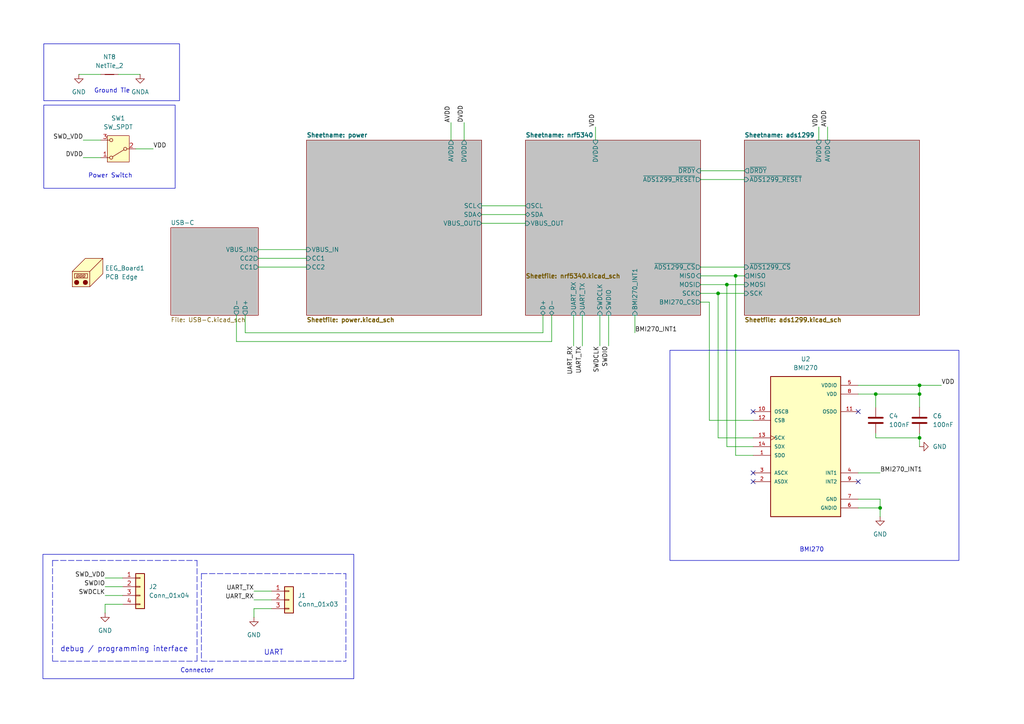
<source format=kicad_sch>
(kicad_sch (version 20231120) (generator "eeschema") (generator_version "8.0")
  (paper "A4")
  (lib_symbols
    (symbol "BMI270:BMI270" (pin_names (offset 1.016))
      (property "Reference" "U" (at -10.16 21.082 0))
      (property "Value" "BMI270" (at -10.16 -22.86 0))
      (symbol "BMI270_0_0"
        (rectangle (start -10.16 -20.32) (end 10.16 20.32) (stroke (width 0.254)) (fill (type background)))
        (pin bidirectional line (at -15.24 -2.54 0) (length 5.08) (name "SDO") (number "1"))
        (pin input line (at -15.24 10.16 0) (length 5.08) (name "OSCB") (number "10"))
        (pin output line (at 15.24 10.16 180) (length 5.08) (name "OSDO") (number "11"))
        (pin input line (at -15.24 7.62 0) (length 5.08) (name "CSB") (number "12"))
        (pin input clock (at -15.24 2.54 0) (length 5.08) (name "SCX") (number "13"))
        (pin bidirectional line (at -15.24 0 0) (length 5.08) (name "SDX") (number "14"))
        (pin bidirectional line (at -15.24 -10.16 0) (length 5.08) (name "ASDX") (number "2"))
        (pin bidirectional line (at -15.24 -7.62 0) (length 5.08) (name "ASCX") (number "3"))
        (pin bidirectional line (at 15.24 -7.62 180) (length 5.08) (name "INT1") (number "4"))
        (pin power_in line (at 15.24 17.78 180) (length 5.08) (name "VDDIO") (number "5"))
        (pin power_in line (at 15.24 -17.78 180) (length 5.08) (name "GNDIO") (number "6"))
        (pin power_in line (at 15.24 -15.24 180) (length 5.08) (name "GND") (number "7"))
        (pin power_in line (at 15.24 15.24 180) (length 5.08) (name "VDD") (number "8"))
        (pin bidirectional line (at 15.24 -10.16 180) (length 5.08) (name "INT2") (number "9"))
      )
    )
    (symbol "Connector_Generic:Conn_01x03" (pin_names (offset 1.016) hide)
      (property "Reference" "J" (at 0 5.08 0))
      (property "Value" "Conn_01x03" (at 0 -5.08 0))
      (symbol "Conn_01x03_1_1"
        (rectangle (start -1.27 -2.413) (end 0 -2.667) (stroke (width 0.1524)))
        (rectangle (start -1.27 0.127) (end 0 -0.127) (stroke (width 0.1524)))
        (rectangle (start -1.27 2.667) (end 0 2.413) (stroke (width 0.1524)))
        (rectangle (start -1.27 3.81) (end 1.27 -3.81) (stroke (width 0.254)) (fill (type background)))
        (pin passive line (at -5.08 2.54 0) (length 3.81) (name "Pin_1") (number "1"))
        (pin passive line (at -5.08 0 0) (length 3.81) (name "Pin_2") (number "2"))
        (pin passive line (at -5.08 -2.54 0) (length 3.81) (name "Pin_3") (number "3"))
      )
    )
    (symbol "Connector_Generic:Conn_01x04" (pin_names (offset 1.016) hide)
      (property "Reference" "J" (at 0 5.08 0))
      (property "Value" "Conn_01x04" (at 0 -7.62 0))
      (symbol "Conn_01x04_1_1"
        (rectangle (start -1.27 -4.953) (end 0 -5.207) (stroke (width 0.1524)))
        (rectangle (start -1.27 -2.413) (end 0 -2.667) (stroke (width 0.1524)))
        (rectangle (start -1.27 0.127) (end 0 -0.127) (stroke (width 0.1524)))
        (rectangle (start -1.27 2.667) (end 0 2.413) (stroke (width 0.1524)))
        (rectangle (start -1.27 3.81) (end 1.27 -6.35) (stroke (width 0.254)) (fill (type background)))
        (pin passive line (at -5.08 2.54 0) (length 3.81) (name "Pin_1") (number "1"))
        (pin passive line (at -5.08 0 0) (length 3.81) (name "Pin_2") (number "2"))
        (pin passive line (at -5.08 -2.54 0) (length 3.81) (name "Pin_3") (number "3"))
        (pin passive line (at -5.08 -5.08 0) (length 3.81) (name "Pin_4") (number "4"))
      )
    )
    (symbol "Device:C" (pin_numbers hide) (pin_names (offset 0.254))
      (property "Reference" "C" (at 0.635 2.54 0))
      (property "Value" "C" (at 0.635 -2.54 0))
      (symbol "C_0_1"
        (polyline (pts (xy -2.032 -0.762) (xy 2.032 -0.762)) (stroke (width 0.508)))
        (polyline (pts (xy -2.032 0.762) (xy 2.032 0.762)) (stroke (width 0.508)))
      )
      (symbol "C_1_1"
        (pin passive line (at 0 3.81 270) (length 2.794) (name "~") (number "1"))
        (pin passive line (at 0 -3.81 90) (length 2.794) (name "~") (number "2"))
      )
    )
    (symbol "Device:NetTie_2" (pin_numbers hide) (pin_names (offset 0) hide) (in_bom no)
      (property "Reference" "NT" (at 0 1.27 0))
      (property "Value" "NetTie_2" (at 0 -1.27 0))
      (symbol "NetTie_2_0_1"
        (polyline (pts (xy -1.27 0) (xy 1.27 0)) (stroke (width 0.254)))
      )
      (symbol "NetTie_2_1_1"
        (pin passive line (at -2.54 0 0) (length 2.54) (name "1") (number "1"))
        (pin passive line (at 2.54 0 180) (length 2.54) (name "2") (number "2"))
      )
    )
    (symbol "Mechanical:Housing" (pin_names (offset 1.016)) (exclude_from_sim yes)
      (property "Reference" "N" (at 3.81 0 0))
      (property "Value" "Housing" (at 3.81 -1.905 0))
      (symbol "Housing_0_1"
        (rectangle (start -5.08 -0.635) (end -1.27 -1.905))
        (circle (center -4.445 -3.175) (radius 0.635) (fill (type outline)))
        (circle (center -1.905 -3.175) (radius 0.635) (fill (type outline)))
        (polyline (pts (xy -4.5212 -1.5748) (xy -4.4704 -1.3716)))
        (polyline (pts (xy -4.4196 -1.6764) (xy -4.064 -1.6764)))
        (polyline (pts (xy -4.4196 -1.2192) (xy -4.3688 -0.9652)))
        (polyline (pts (xy -4.318 -1.3208) (xy -4.0132 -1.3208)))
        (polyline (pts (xy -4.2164 -0.9144) (xy -3.9116 -0.9144)))
        (polyline (pts (xy -3.9116 -1.6256) (xy -3.8608 -1.3716)))
        (polyline (pts (xy -3.81 -1.2192) (xy -3.7592 -0.9652)))
        (polyline (pts (xy -3.6068 -1.5748) (xy -3.556 -1.3716)))
        (polyline (pts (xy -3.5052 -1.6764) (xy -3.1496 -1.6764)))
        (polyline (pts (xy -3.5052 -1.2192) (xy -3.4544 -0.9652)))
        (polyline (pts (xy -3.4036 -1.3208) (xy -3.0988 -1.3208)))
        (polyline (pts (xy -3.302 -0.9144) (xy -2.9972 -0.9144)))
        (polyline (pts (xy -2.9972 -1.6256) (xy -2.9464 -1.3716)))
        (polyline (pts (xy -2.8956 -1.2192) (xy -2.8448 -0.9652)))
        (polyline (pts (xy -2.6924 -1.5748) (xy -2.6416 -1.3716)))
        (polyline (pts (xy -2.5908 -1.6764) (xy -2.2352 -1.6764)))
        (polyline (pts (xy -2.5908 -1.2192) (xy -2.54 -0.9652)))
        (polyline (pts (xy -2.4892 -1.3208) (xy -2.1844 -1.3208)))
        (polyline (pts (xy -2.3876 -0.9144) (xy -2.0828 -0.9144)))
        (polyline (pts (xy -2.0828 -1.6256) (xy -2.032 -1.3716)))
        (polyline (pts (xy -1.9812 -1.2192) (xy -1.9304 -0.9652)))
        (polyline (pts (xy -0.635 0) (xy -0.635 -4.445)))
        (polyline (pts (xy -5.715 0) (xy -0.635 0) (xy 3.175 3.81)))
        (polyline (pts (xy -5.715 0) (xy -5.715 -4.445) (xy -0.635 -4.445) (xy 3.175 -0.635) (xy 3.175 3.81) (xy -1.905 3.81) (xy -5.715 0)) (fill (type background)))
      )
    )
    (symbol "Switch:SW_SPDT" (pin_names (offset 0) hide)
      (property "Reference" "SW" (at 0 5.08 0))
      (property "Value" "SW_SPDT" (at 0 -5.08 0))
      (symbol "SW_SPDT_0_1"
        (circle (center -2.032 0) (radius 0.4572))
        (polyline (pts (xy -1.651 0.254) (xy 1.651 2.286)))
        (circle (center 2.032 -2.54) (radius 0.4572))
        (circle (center 2.032 2.54) (radius 0.4572))
      )
      (symbol "SW_SPDT_1_1"
        (rectangle (start -3.175 3.81) (end 3.175 -3.81) (fill (type background)))
        (pin passive line (at 5.08 2.54 180) (length 2.54) (name "A") (number "1"))
        (pin passive line (at -5.08 0 0) (length 2.54) (name "B") (number "2"))
        (pin passive line (at 5.08 -2.54 180) (length 2.54) (name "C") (number "3"))
      )
    )
    (symbol "power:GND" (power) (pin_numbers hide) (pin_names (offset 0) hide)
      (property "Value" "GND" (at 0 -3.81 0))
      (symbol "GND_0_1"
        (polyline (pts (xy 0 0) (xy 0 -1.27) (xy 1.27 -1.27) (xy 0 -2.54) (xy -1.27 -1.27) (xy 0 -1.27)))
      )
      (symbol "GND_1_1"
        (pin power_in line (at 0 0 270) (length 0) (name "~") (number "1"))
      )
    )
    (symbol "power:GNDA" (power) (pin_numbers hide) (pin_names (offset 0) hide)
      (property "Value" "GNDA" (at 0 -3.81 0))
      (symbol "GNDA_0_1"
        (polyline (pts (xy 0 0) (xy 0 -1.27) (xy 1.27 -1.27) (xy 0 -2.54) (xy -1.27 -1.27) (xy 0 -1.27)))
      )
      (symbol "GNDA_1_1"
        (pin power_in line (at 0 0 270) (length 0) (name "~") (number "1"))
      )
    )
  )
  (junction (at 254 114.3))
  (junction (at 213.36 80.01))
  (junction (at 266.7 111.76))
  (junction (at 208.28 85.09))
  (junction (at 255.27 147.32))
  (junction (at 266.7 114.3))
  (junction (at 210.82 82.55))
  (junction (at 266.7 127))
  (no_connect (at 218.44 137.16))
  (no_connect (at 218.44 119.38))
  (no_connect (at 218.44 139.7))
  (no_connect (at 248.92 119.38))
  (no_connect (at 248.92 139.7))
  (wire (pts (xy 139.7 62.23) (xy 152.4 62.23)))
  (wire (pts (xy 254 125.73) (xy 254 127)))
  (wire (pts (xy 254 114.3) (xy 248.92 114.3)))
  (wire (pts (xy 255.27 144.78) (xy 255.27 147.32)))
  (wire (pts (xy 205.74 87.63) (xy 205.74 121.92)))
  (wire (pts (xy 30.48 175.26) (xy 30.48 177.8)))
  (wire (pts (xy 68.58 99.06) (xy 160.02 99.06)))
  (wire (pts (xy 208.28 85.09) (xy 208.28 127)))
  (wire (pts (xy 266.7 114.3) (xy 266.7 118.11)))
  (polyline (pts (xy 100.33 166.37) (xy 100.33 191.77)) (stroke (width 0) (type dash)))
  (wire (pts (xy 254 127) (xy 266.7 127)))
  (wire (pts (xy 71.12 91.44) (xy 71.12 96.52)))
  (wire (pts (xy 203.2 82.55) (xy 210.82 82.55)))
  (wire (pts (xy 173.99 91.44) (xy 173.99 100.33)))
  (wire (pts (xy 266.7 127) (xy 266.7 129.54)))
  (wire (pts (xy 139.7 64.77) (xy 152.4 64.77)))
  (wire (pts (xy 134.62 35.56) (xy 134.62 40.64)))
  (wire (pts (xy 248.92 137.16) (xy 255.27 137.16)))
  (wire (pts (xy 254 114.3) (xy 266.7 114.3)))
  (wire (pts (xy 74.93 72.39) (xy 88.9 72.39)))
  (wire (pts (xy 157.48 91.44) (xy 157.48 96.52)))
  (wire (pts (xy 39.37 43.18) (xy 44.45 43.18)))
  (wire (pts (xy 71.12 96.52) (xy 157.48 96.52)))
  (polyline (pts (xy 57.15 162.56) (xy 57.15 191.77)) (stroke (width 0) (type dash)))
  (wire (pts (xy 78.74 176.53) (xy 73.66 176.53)))
  (wire (pts (xy 68.58 91.44) (xy 68.58 99.06)))
  (wire (pts (xy 210.82 129.54) (xy 218.44 129.54)))
  (wire (pts (xy 24.13 45.72) (xy 29.21 45.72)))
  (wire (pts (xy 176.53 91.44) (xy 176.53 100.33)))
  (wire (pts (xy 24.13 40.64) (xy 29.21 40.64)))
  (wire (pts (xy 248.92 147.32) (xy 255.27 147.32)))
  (wire (pts (xy 254 114.3) (xy 254 118.11)))
  (polyline (pts (xy 15.24 162.56) (xy 15.24 191.77)) (stroke (width 0) (type dash)))
  (wire (pts (xy 210.82 82.55) (xy 210.82 129.54)))
  (polyline (pts (xy 58.42 191.77) (xy 100.33 191.77)) (stroke (width 0) (type dash)))
  (wire (pts (xy 266.7 111.76) (xy 266.7 114.3)))
  (polyline (pts (xy 58.42 166.37) (xy 58.42 191.77)) (stroke (width 0) (type dash)))
  (wire (pts (xy 213.36 132.08) (xy 218.44 132.08)))
  (wire (pts (xy 30.48 170.18) (xy 35.56 170.18)))
  (wire (pts (xy 22.86 21.59) (xy 29.21 21.59)))
  (wire (pts (xy 203.2 85.09) (xy 208.28 85.09)))
  (wire (pts (xy 210.82 82.55) (xy 215.9 82.55)))
  (wire (pts (xy 139.7 59.69) (xy 152.4 59.69)))
  (wire (pts (xy 203.2 49.53) (xy 215.9 49.53)))
  (wire (pts (xy 35.56 175.26) (xy 30.48 175.26)))
  (wire (pts (xy 240.03 36.83) (xy 240.03 40.64)))
  (wire (pts (xy 213.36 80.01) (xy 213.36 132.08)))
  (wire (pts (xy 30.48 167.64) (xy 35.56 167.64)))
  (wire (pts (xy 73.66 176.53) (xy 73.66 179.07)))
  (wire (pts (xy 248.92 144.78) (xy 255.27 144.78)))
  (wire (pts (xy 208.28 127) (xy 218.44 127)))
  (polyline (pts (xy 58.42 166.37) (xy 100.33 166.37)) (stroke (width 0) (type dash)))
  (wire (pts (xy 74.93 74.93) (xy 88.9 74.93)))
  (wire (pts (xy 213.36 80.01) (xy 215.9 80.01)))
  (wire (pts (xy 237.49 40.64) (xy 237.49 36.83)))
  (wire (pts (xy 266.7 125.73) (xy 266.7 127)))
  (wire (pts (xy 74.93 77.47) (xy 88.9 77.47)))
  (wire (pts (xy 34.29 21.59) (xy 40.64 21.59)))
  (wire (pts (xy 73.66 171.45) (xy 78.74 171.45)))
  (polyline (pts (xy 15.24 191.77) (xy 57.15 191.77)) (stroke (width 0) (type dash)))
  (polyline (pts (xy 15.24 162.56) (xy 57.15 162.56)) (stroke (width 0) (type dash)))
  (wire (pts (xy 248.92 111.76) (xy 266.7 111.76)))
  (wire (pts (xy 168.91 91.44) (xy 168.91 100.33)))
  (wire (pts (xy 203.2 52.07) (xy 215.9 52.07)))
  (wire (pts (xy 255.27 147.32) (xy 255.27 149.86)))
  (wire (pts (xy 172.72 40.64) (xy 172.72 36.83)))
  (wire (pts (xy 184.15 91.44) (xy 184.15 96.52)))
  (wire (pts (xy 130.81 35.56) (xy 130.81 40.64)))
  (wire (pts (xy 203.2 87.63) (xy 205.74 87.63)))
  (wire (pts (xy 266.7 111.76) (xy 273.05 111.76)))
  (wire (pts (xy 203.2 80.01) (xy 213.36 80.01)))
  (wire (pts (xy 73.66 173.99) (xy 78.74 173.99)))
  (wire (pts (xy 30.48 172.72) (xy 35.56 172.72)))
  (wire (pts (xy 160.02 91.44) (xy 160.02 99.06)))
  (wire (pts (xy 166.37 91.44) (xy 166.37 100.33)))
  (wire (pts (xy 208.28 85.09) (xy 215.9 85.09)))
  (wire (pts (xy 205.74 121.92) (xy 218.44 121.92)))
  (wire (pts (xy 203.2 77.47) (xy 215.9 77.47)))
  (rectangle (start 12.7 12.7) (end 52.07 29.21))
  (rectangle (start 12.446 160.782) (end 102.616 196.85))
  (rectangle (start 194.31 101.6) (end 278.13 162.56))
  (rectangle (start 12.7 30.48) (end 50.8 54.61))
  (text "Ground Tie" (at 32.512 26.416 0) (effects (font (size 1.27 1.27))))
  (text "UART" (at 82.296 190.246 0) (effects (font (size 1.524 1.524)) (justify right bottom)))
  (text "Connector" (at 57.15 194.564 0) (effects (font (size 1.27 1.27))))
  (text "BMI270" (at 235.458 159.512 0) (effects (font (size 1.27 1.27))))
  (text "Power Switch" (at 32.004 51.054 0) (effects (font (size 1.27 1.27))))
  (text "debug / programming interface" (at 54.61 189.23 0) (effects (font (size 1.524 1.524)) (justify right bottom)))
  (label "SWD_VDD" (at 24.13 40.64 180))
  (label "VDD" (at 172.72 36.83 90))
  (label "VDD" (at 44.45 43.18 0))
  (label "DVDD" (at 134.62 35.56 90))
  (label "SWDIO" (at 176.53 100.33 270))
  (label "AVDD" (at 130.81 35.56 90))
  (label "UART_RX" (at 166.37 100.33 270))
  (label "BMI270_INT1" (at 255.27 137.16 0))
  (label "UART_TX" (at 73.66 171.45 180))
  (label "SWDCLK" (at 30.48 172.72 180))
  (label "SWD_VDD" (at 30.48 167.64 180))
  (label "AVDD" (at 240.03 36.83 90))
  (label "SWDCLK" (at 173.99 100.33 270))
  (label "VDD" (at 237.49 36.83 90))
  (label "DVDD" (at 24.13 45.72 180))
  (label "BMI270_INT1" (at 184.15 96.52 0))
  (label "UART_TX" (at 168.91 100.33 270))
  (label "UART_RX" (at 73.66 173.99 180))
  (label "SWDIO" (at 30.48 170.18 180))
  (label "VDD" (at 273.05 111.76 0))
  (symbol (lib_id "Device:NetTie_2") (at 31.75 21.59 0) (unit 1) (in_bom no)
    (property "Reference" "NT8" (at 31.75 16.51 0))
    (property "Value" "NetTie_2" (at 31.75 19.05 0))
    (property "Footprint" "NetTie:NetTie-2_SMD_Pad0.5mm" (effects (hide yes)))
    (property "Description" "Net tie, 2 pins" (effects (hide yes)))
  )
  (symbol (lib_id "power:GND") (at 266.7 129.54 90) (unit 1)
    (property "Reference" "#PWR08" (effects (hide yes)))
    (property "Value" "GND" (at 270.51 129.5399 90) (effects (justify right)))
    (property "Description" "Power symbol creates a global label with name \"GND\" , ground" (effects (hide yes)))
  )
  (symbol (lib_id "Device:C") (at 266.7 121.92 0) (unit 1)
    (property "Reference" "C6" (at 270.51 120.6499 0) (effects (justify left)))
    (property "Value" "100nF" (at 270.51 123.1899 0) (effects (justify left)))
    (property "Footprint" "Capacitor_SMD:C_0402_1005Metric" (effects (hide yes)))
    (property "Description" "16V 100nF X7R ±10% 0402  Multilayer Ceramic Capacitors MLCC - SMD/SMT ROHS" (effects (hide yes)))
    (property "Type" "Surface Mount " (effects (hide yes)))
    (property "Package" "0402 (1005 Metric)" (effects (hide yes)))
    (property "MANUFACTURER" "Murata Electronics" (effects (hide yes)))
    (property "MANUFACTURER_PART_NUMBER" "GRM155R71C104KA88D" (effects (hide yes)))
  )
  (symbol (lib_id "BMI270:BMI270") (at 233.68 129.54 0) (unit 1)
    (property "Reference" "U2" (at 233.68 104.14 0))
    (property "Value" "BMI270" (at 233.68 106.68 0))
    (property "Footprint" "BMI270:XDCR_BMI270" (effects (hide yes)))
    (property "Description" "Attitude Sensor/Gyroscope" (effects (hide yes)))
    (property "PATREV" "1.0" (effects (hide yes)))
    (property "MF" "Bosch Sensortec" (effects (hide yes)))
    (property "MAXIMUM_PACKAGE_HEIGHT" "0.87mm" (effects (hide yes)))
    (property "Package" "LGA-14" (effects (hide yes)))
    (property "Price" "None" (effects (hide yes)))
    (property "Check_prices" "https://www.snapeda.com/parts/BMI270/Bosch+Sensortec/view-part/?ref=eda" (effects (hide yes)))
    (property "STANDARD" "Manufacturer Recommendations" (effects (hide yes)))
    (property "SnapEDA_Link" "https://www.snapeda.com/parts/BMI270/Bosch+Sensortec/view-part/?ref=snap" (effects (hide yes)))
    (property "MP" "BMI270" (effects (hide yes)))
    (property "Purchase-URL" "https://www.snapeda.com/api/url_track_click_mouser/?unipart_id=3595167&manufacturer=Bosch Sensortec&part_name=BMI270&search_term=bmi270" (effects (hide yes)))
    (property "Description_1" "\nAccelerometer, Gyroscope, 6 Axis Sensor I2C, SPI Output\n" (effects (hide yes)))
    (property "Availability" "In Stock" (effects (hide yes)))
    (property "MANUFACTURER" "Bosch Sensortec" (effects (hide yes)))
    (property "Type" "Surface Mount " (effects (hide yes)))
    (property "MANUFACTURER_PART_NUMBER" "BMI270" (effects (hide yes)))
  )
  (symbol (lib_id "power:GND") (at 255.27 149.86 0) (unit 1)
    (property "Reference" "#PWR06" (effects (hide yes)))
    (property "Value" "GND" (at 255.27 154.94 0))
    (property "Description" "Power symbol creates a global label with name \"GND\" , ground" (effects (hide yes)))
  )
  (symbol (lib_id "power:GND") (at 22.86 21.59 0) (unit 1)
    (property "Reference" "#PWR051" (effects (hide yes)))
    (property "Value" "GND" (at 22.86 26.67 0))
    (property "Description" "Power symbol creates a global label with name \"GND\" , ground" (effects (hide yes)))
  )
  (symbol (lib_id "Device:C") (at 254 121.92 0) (unit 1)
    (property "Reference" "C4" (at 257.81 120.6499 0) (effects (justify left)))
    (property "Value" "100nF" (at 257.81 123.1899 0) (effects (justify left)))
    (property "Footprint" "Capacitor_SMD:C_0402_1005Metric" (effects (hide yes)))
    (property "Description" "16V 100nF X7R ±10% 0402  Multilayer Ceramic Capacitors MLCC - SMD/SMT ROHS" (effects (hide yes)))
    (property "Type" "Surface Mount " (effects (hide yes)))
    (property "Package" "0402 (1005 Metric)" (effects (hide yes)))
    (property "MANUFACTURER" "Murata Electronics" (effects (hide yes)))
    (property "MANUFACTURER_PART_NUMBER" "GRM155R71C104KA88D" (effects (hide yes)))
  )
  (symbol (lib_id "Mechanical:Housing") (at 26.67 78.74 0) (unit 1) (exclude_from_sim yes) (in_bom no)
    (property "Reference" "EEG_Board1" (at 30.48 77.7874 0) (effects (justify left)))
    (property "Value" "PCB Edge" (at 30.48 80.3274 0) (effects (justify left)))
    (property "Footprint" "MountingHole:eeg" (effects (hide yes)))
    (property "Description" "PCB Edge" (effects (hide yes)))
  )
  (symbol (lib_id "power:GNDA") (at 40.64 21.59 0) (unit 1)
    (property "Reference" "#PWR052" (effects (hide yes)))
    (property "Value" "GNDA" (at 40.64 26.67 0))
    (property "Description" "Power symbol creates a global label with name \"GNDA\" , analog ground" (effects (hide yes)))
  )
  (symbol (lib_id "power:GND") (at 30.48 177.8 0) (unit 1)
    (property "Reference" "#PWR09" (effects (hide yes)))
    (property "Value" "GND" (at 30.48 182.88 0))
    (property "Description" "Power symbol creates a global label with name \"GND\" , ground" (effects (hide yes)))
  )
  (symbol (lib_id "power:GND") (at 73.66 179.07 0) (unit 1)
    (property "Reference" "#PWR04" (effects (hide yes)))
    (property "Value" "GND" (at 73.66 184.15 0))
    (property "Description" "Power symbol creates a global label with name \"GND\" , ground" (effects (hide yes)))
  )
  (symbol (lib_id "Switch:SW_SPDT") (at 34.29 43.18 180) (unit 1)
    (property "Reference" "SW1" (at 34.29 34.29 0))
    (property "Value" "SW_SPDT" (at 34.29 36.83 0))
    (property "Footprint" "SK12D07VG5:SK12D07VG4NSPA_CNK" (effects (hide yes)))
    (property "Description" "500mA SPDT 50V 5千次 Plugin Slide Switches ROHS " (effects (hide yes)))
    (property "MANUFACTURER" "SHOUHAN" (effects (hide yes)))
    (property "MANUFACTURER_PART_NUMBER" "SK12D07VG5 " (effects (hide yes)))
    (property "Package" "5POS" (effects (hide yes)))
    (property "Type" "Through Hole " (effects (hide yes)))
  )
  (symbol (lib_id "Connector_Generic:Conn_01x04") (at 40.64 170.18 0) (unit 1)
    (property "Reference" "J2" (at 43.18 170.1799 0) (effects (justify left)))
    (property "Value" "Conn_01x04" (at 43.18 172.7199 0) (effects (justify left)))
    (property "Footprint" "Connector_PinHeader_1.27mm:PinHeader_1x04_P1.27mm_Vertical" (effects (hide yes)))
    (property "Description" "1x4P 4P 1 1.25mm 4 -25℃~+85℃ 1A Straight Plugin,P=1.25mm  Wire To Board / Wire To Wire Connector ROHS" (effects (hide yes)))
    (property "Type" "Through Hole " (effects (hide yes)))
    (property "MANUFACTURER" "CAX" (effects (hide yes)))
    (property "MANUFACTURER_PART_NUMBER" "1.25T-4A" (effects (hide yes)))
    (property "Package" "4POS" (effects (hide yes)))
  )
  (symbol (lib_id "Connector_Generic:Conn_01x03") (at 83.82 173.99 0) (unit 1)
    (property "Reference" "J1" (at 86.36 172.7199 0) (effects (justify left)))
    (property "Value" "Conn_01x03" (at 86.36 175.2599 0) (effects (justify left)))
    (property "Footprint" "Connector_PinHeader_1.27mm:PinHeader_1x03_P1.27mm_Vertical" (effects (hide yes)))
    (property "Description" "1x3P 3P 1 1.25mm 3 -25℃~+85℃ 1A Straight Plugin,P=1.25mm  Wire To Board / Wire To Wire Connector ROHS" (effects (hide yes)))
    (property "Type" "Through Hole " (effects (hide yes)))
    (property "MANUFACTURER" "CAX" (effects (hide yes)))
    (property "MANUFACTURER_PART_NUMBER" "1.25T-3A" (effects (hide yes)))
    (property "Package" "3POS" (effects (hide yes)))
  )
  (sheet (at 152.4 40.64) (size 50.8 50.8) (stroke (width 0.1524)) (fill (color 194 194 194 1.0000))
    (property "Sheetname" "nrf5340" (at 152.4 39.9284 0) (show_name yes) (effects (font (bold yes)) (justify left bottom)))
    (property "Sheetfile" "nrf5340.kicad_sch" (at 152.4 79.3246 0) (show_name yes) (effects (font (bold yes)) (justify left top)))
    (pin "SCL" output (at 152.4 59.69 180))
    (pin "DVDD" input (at 172.72 40.64 90))
    (pin "SDA" bidirectional (at 152.4 62.23 180))
    (pin "D-" bidirectional (at 160.02 91.44 270))
    (pin "D+" bidirectional (at 157.48 91.44 270))
    (pin "VBUS_OUT" input (at 152.4 64.77 180))
    (pin "MISO" input (at 203.2 80.01 0))
    (pin "MOSI" output (at 203.2 82.55 0))
    (pin "BMI270_INT1" input (at 184.15 91.44 270))
    (pin "SCK" output (at 203.2 85.09 0))
    (pin "BMI270_CS" output (at 203.2 87.63 0))
    (pin "~{DRDY}" input (at 203.2 49.53 0))
    (pin "~{ADS1299_RESET}" output (at 203.2 52.07 0))
    (pin "~{ADS1299_CS}" output (at 203.2 77.47 0))
    (pin "UART_RX" input (at 166.37 91.44 270))
    (pin "UART_TX" input (at 168.91 91.44 270))
    (pin "SWDCLK" input (at 173.99 91.44 270))
    (pin "SWDIO" input (at 176.53 91.44 270))
  )
  (sheet (at 88.9 40.64) (size 50.8 50.8) (stroke (width 0.1524)) (fill (color 194 194 194 1.0000))
    (property "Sheetname" "power" (at 88.9 39.9284 0) (show_name yes) (effects (font (bold yes)) (justify left bottom)))
    (property "Sheetfile" "power.kicad_sch" (at 88.9 92.0246 0) (show_name yes) (effects (font (bold yes)) (justify left top)))
    (pin "SCL" input (at 139.7 59.69 0))
    (pin "SDA" bidirectional (at 139.7 62.23 0))
    (pin "VBUS_OUT" output (at 139.7 64.77 0))
    (pin "AVDD" output (at 130.81 40.64 90))
    (pin "DVDD" output (at 134.62 40.64 90))
    (pin "CC1" input (at 88.9 74.93 180))
    (pin "CC2" input (at 88.9 77.47 180))
    (pin "VBUS_IN" input (at 88.9 72.39 180))
  )
  (sheet (at 49.53 66.04) (size 25.4 25.4) (stroke (width 0.1524)) (fill (color 194 194 194 1.0000))
    (property "Sheetname" "USB-C" (at 49.53 65.3284 0) (effects (justify left bottom)))
    (property "Sheetfile" "USB-C.kicad_sch" (at 49.53 92.0246 0) (effects (justify left top)))
    (pin "D-" output (at 68.58 91.44 270))
    (pin "D+" output (at 71.12 91.44 270))
    (pin "CC1" output (at 74.93 77.47 0))
    (pin "CC2" output (at 74.93 74.93 0))
    (pin "VBUS_IN" output (at 74.93 72.39 0))
  )
  (sheet (at 215.9 40.64) (size 50.8 50.8) (stroke (width 0.1524)) (fill (color 194 194 194 1.0000))
    (property "Sheetname" "ads1299" (at 215.9 39.9284 0) (show_name yes) (effects (font (bold yes)) (justify left bottom)))
    (property "Sheetfile" "ads1299.kicad_sch" (at 215.9 92.0246 0) (show_name yes) (effects (font (bold yes)) (justify left top)))
    (pin "AVDD" input (at 240.03 40.64 90))
    (pin "DVDD" input (at 237.49 40.64 90))
    (pin "~{ADS1299_RESET}" input (at 215.9 52.07 180))
    (pin "~{ADS1299_CS}" input (at 215.9 77.47 180))
    (pin "SCK" input (at 215.9 85.09 180))
    (pin "MOSI" input (at 215.9 82.55 180))
    (pin "MISO" output (at 215.9 80.01 180))
    (pin "~{DRDY}" output (at 215.9 49.53 180))
  )
)
</source>
